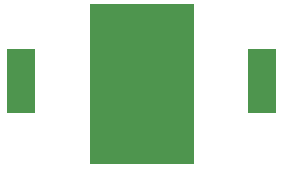
<source format=gtp>
%TF.GenerationSoftware,KiCad,Pcbnew,5.0.2-bee76a0~70~ubuntu16.04.1*%
%TF.CreationDate,2019-04-24T07:44:42-07:00*%
%TF.ProjectId,3x4-CR2032-Coin-Cell-On-Off-Switch,3378342d-4352-4323-9033-322d436f696e,v1.2*%
%TF.SameCoordinates,Original*%
%TF.FileFunction,Paste,Top*%
%TF.FilePolarity,Positive*%
%FSLAX46Y46*%
G04 Gerber Fmt 4.6, Leading zero omitted, Abs format (unit mm)*
G04 Created by KiCad (PCBNEW 5.0.2-bee76a0~70~ubuntu16.04.1) date Wed Apr 24 07:44:42 2019*
%MOMM*%
%LPD*%
G01*
G04 APERTURE LIST*
%ADD10R,2.447600X5.407600*%
%ADD11R,8.847600X13.647600*%
G04 APERTURE END LIST*
D10*
X31410000Y-56390000D03*
D11*
X21206000Y-56644000D03*
D10*
X11010000Y-56390000D03*
M02*

</source>
